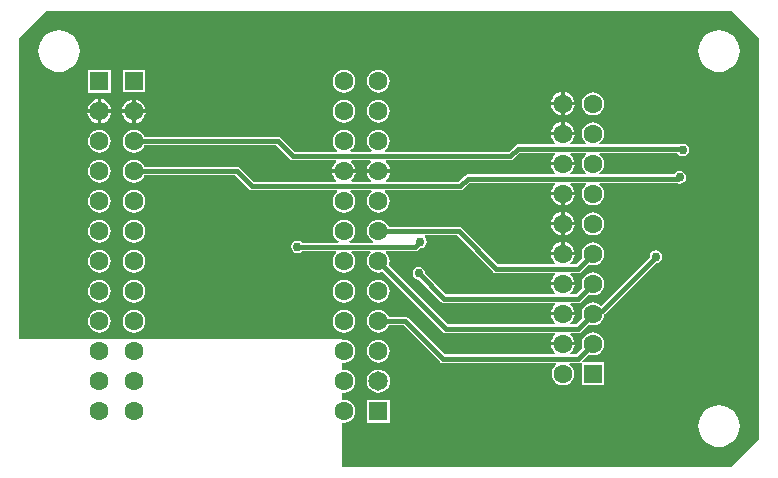
<source format=gbl>
G04*
G04 #@! TF.GenerationSoftware,Altium Limited,Altium Designer,20.1.8 (145)*
G04*
G04 Layer_Physical_Order=2*
G04 Layer_Color=16711680*
%FSAX25Y25*%
%MOIN*%
G70*
G04*
G04 #@! TF.SameCoordinates,26FBE6AE-7016-430B-9DB3-2072F7DBF2B3*
G04*
G04*
G04 #@! TF.FilePolarity,Positive*
G04*
G01*
G75*
%ADD34C,0.01600*%
%ADD39C,0.06299*%
%ADD40C,0.06496*%
%ADD41R,0.06496X0.06496*%
%ADD42C,0.06299*%
%ADD43R,0.06299X0.06299*%
%ADD44R,0.06299X0.06299*%
%ADD45C,0.03000*%
G36*
X0248471Y0144367D02*
Y0010633D01*
X0239367Y0001529D01*
X0109200D01*
Y0015944D01*
X0109576Y0016274D01*
X0110000Y0016218D01*
X0110979Y0016347D01*
X0111891Y0016725D01*
X0112674Y0017326D01*
X0113275Y0018109D01*
X0113653Y0019021D01*
X0113782Y0020000D01*
X0113653Y0020979D01*
X0113275Y0021891D01*
X0112674Y0022674D01*
X0111891Y0023275D01*
X0110979Y0023653D01*
X0110000Y0023782D01*
X0109576Y0023726D01*
X0109200Y0024056D01*
Y0025944D01*
X0109576Y0026274D01*
X0110000Y0026218D01*
X0110979Y0026347D01*
X0111891Y0026725D01*
X0112674Y0027326D01*
X0113275Y0028109D01*
X0113653Y0029021D01*
X0113782Y0030000D01*
X0113653Y0030979D01*
X0113275Y0031891D01*
X0112674Y0032674D01*
X0111891Y0033275D01*
X0110979Y0033653D01*
X0110000Y0033782D01*
X0109576Y0033726D01*
X0109200Y0034056D01*
Y0035944D01*
X0109576Y0036274D01*
X0110000Y0036218D01*
X0110979Y0036347D01*
X0111891Y0036725D01*
X0112674Y0037326D01*
X0113275Y0038109D01*
X0113653Y0039021D01*
X0113782Y0040000D01*
X0113653Y0040979D01*
X0113275Y0041891D01*
X0112674Y0042674D01*
X0111891Y0043275D01*
X0110979Y0043653D01*
X0110000Y0043782D01*
X0109576Y0043726D01*
X0109200Y0044056D01*
Y0044200D01*
X0001529D01*
Y0144367D01*
X0010633Y0153471D01*
X0239367D01*
X0248471Y0144367D01*
D02*
G37*
%LPC*%
G36*
X0235000Y0146932D02*
X0233648Y0146799D01*
X0232347Y0146405D01*
X0231149Y0145764D01*
X0230098Y0144902D01*
X0229236Y0143851D01*
X0228595Y0142653D01*
X0228201Y0141352D01*
X0228068Y0140000D01*
X0228201Y0138648D01*
X0228595Y0137347D01*
X0229236Y0136149D01*
X0230098Y0135098D01*
X0231149Y0134236D01*
X0232347Y0133595D01*
X0233648Y0133201D01*
X0235000Y0133068D01*
X0236352Y0133201D01*
X0237653Y0133595D01*
X0238851Y0134236D01*
X0239902Y0135098D01*
X0240764Y0136149D01*
X0241405Y0137347D01*
X0241799Y0138648D01*
X0241932Y0140000D01*
X0241799Y0141352D01*
X0241405Y0142653D01*
X0240764Y0143851D01*
X0239902Y0144902D01*
X0238851Y0145764D01*
X0237653Y0146405D01*
X0236352Y0146799D01*
X0235000Y0146932D01*
D02*
G37*
G36*
X0015000D02*
X0013648Y0146799D01*
X0012347Y0146405D01*
X0011149Y0145764D01*
X0010098Y0144902D01*
X0009236Y0143851D01*
X0008595Y0142653D01*
X0008201Y0141352D01*
X0008068Y0140000D01*
X0008201Y0138648D01*
X0008595Y0137347D01*
X0009236Y0136149D01*
X0010098Y0135098D01*
X0011149Y0134236D01*
X0012347Y0133595D01*
X0013648Y0133201D01*
X0015000Y0133068D01*
X0016352Y0133201D01*
X0017653Y0133595D01*
X0018851Y0134236D01*
X0019902Y0135098D01*
X0020764Y0136149D01*
X0021405Y0137347D01*
X0021799Y0138648D01*
X0021932Y0140000D01*
X0021799Y0141352D01*
X0021405Y0142653D01*
X0020764Y0143851D01*
X0019902Y0144902D01*
X0018851Y0145764D01*
X0017653Y0146405D01*
X0016352Y0146799D01*
X0015000Y0146932D01*
D02*
G37*
G36*
X0043750Y0133750D02*
X0036250D01*
Y0126250D01*
X0043750D01*
Y0133750D01*
D02*
G37*
G36*
X0121500Y0133790D02*
X0120521Y0133661D01*
X0119609Y0133283D01*
X0118826Y0132682D01*
X0118225Y0131899D01*
X0117847Y0130987D01*
X0117718Y0130008D01*
X0117847Y0129029D01*
X0118225Y0128117D01*
X0118826Y0127334D01*
X0119609Y0126733D01*
X0120521Y0126355D01*
X0121500Y0126226D01*
X0122479Y0126355D01*
X0123391Y0126733D01*
X0124174Y0127334D01*
X0124775Y0128117D01*
X0125153Y0129029D01*
X0125282Y0130008D01*
X0125153Y0130987D01*
X0124775Y0131899D01*
X0124174Y0132682D01*
X0123391Y0133283D01*
X0122479Y0133661D01*
X0121500Y0133790D01*
D02*
G37*
G36*
X0110000Y0133782D02*
X0109021Y0133653D01*
X0108109Y0133275D01*
X0107326Y0132674D01*
X0106725Y0131891D01*
X0106347Y0130979D01*
X0106218Y0130000D01*
X0106347Y0129021D01*
X0106725Y0128109D01*
X0107326Y0127326D01*
X0108109Y0126725D01*
X0109021Y0126347D01*
X0110000Y0126218D01*
X0110979Y0126347D01*
X0111891Y0126725D01*
X0112674Y0127326D01*
X0113275Y0128109D01*
X0113653Y0129021D01*
X0113782Y0130000D01*
X0113653Y0130979D01*
X0113275Y0131891D01*
X0112674Y0132674D01*
X0111891Y0133275D01*
X0110979Y0133653D01*
X0110000Y0133782D01*
D02*
G37*
G36*
X0032348Y0133848D02*
X0024652D01*
Y0126152D01*
X0032348D01*
Y0133848D01*
D02*
G37*
G36*
X0183600Y0126405D02*
Y0123100D01*
X0186905D01*
X0186848Y0123531D01*
X0186450Y0124492D01*
X0185817Y0125317D01*
X0184992Y0125950D01*
X0184031Y0126348D01*
X0183600Y0126405D01*
D02*
G37*
G36*
X0182400D02*
X0181969Y0126348D01*
X0181008Y0125950D01*
X0180183Y0125317D01*
X0179550Y0124492D01*
X0179152Y0123531D01*
X0179095Y0123100D01*
X0182400D01*
Y0126405D01*
D02*
G37*
G36*
X0029100Y0124004D02*
Y0120600D01*
X0032504D01*
X0032444Y0121057D01*
X0032036Y0122041D01*
X0031387Y0122887D01*
X0030542Y0123536D01*
X0029557Y0123944D01*
X0029100Y0124004D01*
D02*
G37*
G36*
X0040600Y0123905D02*
Y0120600D01*
X0043905D01*
X0043848Y0121031D01*
X0043450Y0121992D01*
X0042817Y0122817D01*
X0041992Y0123450D01*
X0041031Y0123848D01*
X0040600Y0123905D01*
D02*
G37*
G36*
X0039400D02*
X0038969Y0123848D01*
X0038008Y0123450D01*
X0037183Y0122817D01*
X0036550Y0121992D01*
X0036152Y0121031D01*
X0036095Y0120600D01*
X0039400D01*
Y0123905D01*
D02*
G37*
G36*
X0027900Y0124004D02*
X0027443Y0123944D01*
X0026458Y0123536D01*
X0025613Y0122887D01*
X0024964Y0122041D01*
X0024556Y0121057D01*
X0024496Y0120600D01*
X0027900D01*
Y0124004D01*
D02*
G37*
G36*
X0193000Y0126282D02*
X0192021Y0126153D01*
X0191109Y0125775D01*
X0190326Y0125174D01*
X0189725Y0124391D01*
X0189347Y0123479D01*
X0189218Y0122500D01*
X0189347Y0121521D01*
X0189725Y0120609D01*
X0190326Y0119826D01*
X0191109Y0119225D01*
X0192021Y0118847D01*
X0193000Y0118718D01*
X0193979Y0118847D01*
X0194891Y0119225D01*
X0195674Y0119826D01*
X0196275Y0120609D01*
X0196653Y0121521D01*
X0196782Y0122500D01*
X0196653Y0123479D01*
X0196275Y0124391D01*
X0195674Y0125174D01*
X0194891Y0125775D01*
X0193979Y0126153D01*
X0193000Y0126282D01*
D02*
G37*
G36*
X0186905Y0121900D02*
X0183600D01*
Y0118595D01*
X0184031Y0118652D01*
X0184992Y0119050D01*
X0185817Y0119683D01*
X0186450Y0120508D01*
X0186848Y0121469D01*
X0186905Y0121900D01*
D02*
G37*
G36*
X0182400D02*
X0179095D01*
X0179152Y0121469D01*
X0179550Y0120508D01*
X0180183Y0119683D01*
X0181008Y0119050D01*
X0181969Y0118652D01*
X0182400Y0118595D01*
Y0121900D01*
D02*
G37*
G36*
X0121500Y0123790D02*
X0120521Y0123661D01*
X0119609Y0123283D01*
X0118826Y0122682D01*
X0118225Y0121899D01*
X0117847Y0120987D01*
X0117718Y0120008D01*
X0117847Y0119029D01*
X0118225Y0118117D01*
X0118826Y0117334D01*
X0119609Y0116733D01*
X0120521Y0116355D01*
X0121500Y0116226D01*
X0122479Y0116355D01*
X0123391Y0116733D01*
X0124174Y0117334D01*
X0124775Y0118117D01*
X0125153Y0119029D01*
X0125282Y0120008D01*
X0125153Y0120987D01*
X0124775Y0121899D01*
X0124174Y0122682D01*
X0123391Y0123283D01*
X0122479Y0123661D01*
X0121500Y0123790D01*
D02*
G37*
G36*
X0110000Y0123782D02*
X0109021Y0123653D01*
X0108109Y0123275D01*
X0107326Y0122674D01*
X0106725Y0121891D01*
X0106347Y0120979D01*
X0106218Y0120000D01*
X0106347Y0119021D01*
X0106725Y0118109D01*
X0107326Y0117326D01*
X0108109Y0116725D01*
X0109021Y0116347D01*
X0110000Y0116218D01*
X0110979Y0116347D01*
X0111891Y0116725D01*
X0112674Y0117326D01*
X0113275Y0118109D01*
X0113653Y0119021D01*
X0113782Y0120000D01*
X0113653Y0120979D01*
X0113275Y0121891D01*
X0112674Y0122674D01*
X0111891Y0123275D01*
X0110979Y0123653D01*
X0110000Y0123782D01*
D02*
G37*
G36*
X0043905Y0119400D02*
X0040600D01*
Y0116095D01*
X0041031Y0116152D01*
X0041992Y0116550D01*
X0042817Y0117183D01*
X0043450Y0118008D01*
X0043848Y0118969D01*
X0043905Y0119400D01*
D02*
G37*
G36*
X0039400D02*
X0036095D01*
X0036152Y0118969D01*
X0036550Y0118008D01*
X0037183Y0117183D01*
X0038008Y0116550D01*
X0038969Y0116152D01*
X0039400Y0116095D01*
Y0119400D01*
D02*
G37*
G36*
X0032504D02*
X0029100D01*
Y0115996D01*
X0029557Y0116056D01*
X0030542Y0116464D01*
X0031387Y0117113D01*
X0032036Y0117958D01*
X0032444Y0118943D01*
X0032504Y0119400D01*
D02*
G37*
G36*
X0027900D02*
X0024496D01*
X0024556Y0118943D01*
X0024964Y0117958D01*
X0025613Y0117113D01*
X0026458Y0116464D01*
X0027443Y0116056D01*
X0027900Y0115996D01*
Y0119400D01*
D02*
G37*
G36*
X0183600Y0116405D02*
Y0113100D01*
X0186905D01*
X0186848Y0113531D01*
X0186450Y0114492D01*
X0185817Y0115317D01*
X0184992Y0115950D01*
X0184031Y0116348D01*
X0183600Y0116405D01*
D02*
G37*
G36*
X0182400D02*
X0181969Y0116348D01*
X0181008Y0115950D01*
X0180183Y0115317D01*
X0179550Y0114492D01*
X0179152Y0113531D01*
X0179095Y0113100D01*
X0182400D01*
Y0116405D01*
D02*
G37*
G36*
X0193000Y0116282D02*
X0192021Y0116153D01*
X0191109Y0115775D01*
X0190326Y0115174D01*
X0189725Y0114391D01*
X0189347Y0113479D01*
X0189218Y0112500D01*
X0189347Y0111521D01*
X0189725Y0110609D01*
X0190326Y0109826D01*
X0190845Y0109427D01*
X0190675Y0108927D01*
X0185653D01*
X0185484Y0109427D01*
X0185817Y0109683D01*
X0186450Y0110508D01*
X0186848Y0111469D01*
X0186905Y0111900D01*
X0183000D01*
X0179095D01*
X0179152Y0111469D01*
X0179550Y0110508D01*
X0180183Y0109683D01*
X0180516Y0109427D01*
X0180347Y0108927D01*
X0168000D01*
X0167454Y0108819D01*
X0166991Y0108509D01*
X0166991Y0108509D01*
X0164909Y0106427D01*
X0123815D01*
X0123645Y0106927D01*
X0124174Y0107334D01*
X0124775Y0108117D01*
X0125153Y0109029D01*
X0125282Y0110008D01*
X0125153Y0110987D01*
X0124775Y0111899D01*
X0124174Y0112682D01*
X0123391Y0113283D01*
X0122479Y0113661D01*
X0121500Y0113790D01*
X0120521Y0113661D01*
X0119609Y0113283D01*
X0118826Y0112682D01*
X0118225Y0111899D01*
X0117847Y0110987D01*
X0117718Y0110008D01*
X0117847Y0109029D01*
X0118225Y0108117D01*
X0118826Y0107334D01*
X0119355Y0106927D01*
X0119185Y0106427D01*
X0112325D01*
X0112155Y0106927D01*
X0112674Y0107326D01*
X0113275Y0108109D01*
X0113653Y0109021D01*
X0113782Y0110000D01*
X0113653Y0110979D01*
X0113275Y0111891D01*
X0112674Y0112674D01*
X0111891Y0113275D01*
X0110979Y0113653D01*
X0110000Y0113782D01*
X0109021Y0113653D01*
X0108109Y0113275D01*
X0107326Y0112674D01*
X0106725Y0111891D01*
X0106347Y0110979D01*
X0106218Y0110000D01*
X0106347Y0109021D01*
X0106725Y0108109D01*
X0107326Y0107326D01*
X0107845Y0106927D01*
X0107675Y0106427D01*
X0093477D01*
X0088895Y0111009D01*
X0088432Y0111319D01*
X0087886Y0111427D01*
X0087886Y0111427D01*
X0043467D01*
X0043275Y0111891D01*
X0042674Y0112674D01*
X0041891Y0113275D01*
X0040979Y0113653D01*
X0040000Y0113782D01*
X0039021Y0113653D01*
X0038109Y0113275D01*
X0037326Y0112674D01*
X0036725Y0111891D01*
X0036347Y0110979D01*
X0036218Y0110000D01*
X0036347Y0109021D01*
X0036725Y0108109D01*
X0037326Y0107326D01*
X0038109Y0106725D01*
X0039021Y0106347D01*
X0040000Y0106218D01*
X0040979Y0106347D01*
X0041891Y0106725D01*
X0042674Y0107326D01*
X0043275Y0108109D01*
X0043467Y0108573D01*
X0087295D01*
X0091876Y0103991D01*
X0091877Y0103991D01*
X0092340Y0103681D01*
X0092886Y0103573D01*
X0092886Y0103573D01*
X0107347D01*
X0107516Y0103073D01*
X0107183Y0102817D01*
X0106550Y0101992D01*
X0106152Y0101031D01*
X0106095Y0100600D01*
X0110000D01*
X0113905D01*
X0113848Y0101031D01*
X0113450Y0101992D01*
X0112817Y0102817D01*
X0112484Y0103073D01*
X0112653Y0103573D01*
X0118836D01*
X0119006Y0103073D01*
X0118683Y0102825D01*
X0118050Y0102000D01*
X0117652Y0101039D01*
X0117595Y0100608D01*
X0121500D01*
X0125405D01*
X0125348Y0101039D01*
X0124950Y0102000D01*
X0124317Y0102825D01*
X0123994Y0103073D01*
X0124164Y0103573D01*
X0165500D01*
X0165500Y0103573D01*
X0166046Y0103681D01*
X0166509Y0103991D01*
X0168591Y0106073D01*
X0180347D01*
X0180516Y0105573D01*
X0180183Y0105317D01*
X0179550Y0104492D01*
X0179152Y0103531D01*
X0179095Y0103100D01*
X0183000D01*
X0186905D01*
X0186848Y0103531D01*
X0186450Y0104492D01*
X0185817Y0105317D01*
X0185484Y0105573D01*
X0185653Y0106073D01*
X0190675D01*
X0190845Y0105573D01*
X0190326Y0105174D01*
X0189725Y0104391D01*
X0189347Y0103479D01*
X0189218Y0102500D01*
X0189347Y0101521D01*
X0189725Y0100609D01*
X0190326Y0099826D01*
X0190845Y0099427D01*
X0190675Y0098927D01*
X0185653D01*
X0185484Y0099427D01*
X0185817Y0099683D01*
X0186450Y0100508D01*
X0186848Y0101469D01*
X0186905Y0101900D01*
X0183000D01*
X0179095D01*
X0179152Y0101469D01*
X0179550Y0100508D01*
X0180183Y0099683D01*
X0180516Y0099427D01*
X0180347Y0098927D01*
X0151212D01*
X0150666Y0098819D01*
X0150203Y0098509D01*
X0150203Y0098509D01*
X0148121Y0096427D01*
X0124143D01*
X0123973Y0096927D01*
X0124317Y0097191D01*
X0124950Y0098016D01*
X0125348Y0098977D01*
X0125405Y0099408D01*
X0121500D01*
X0117595D01*
X0117652Y0098977D01*
X0118050Y0098016D01*
X0118683Y0097191D01*
X0119027Y0096927D01*
X0118857Y0096427D01*
X0112653D01*
X0112484Y0096927D01*
X0112817Y0097183D01*
X0113450Y0098008D01*
X0113848Y0098969D01*
X0113905Y0099400D01*
X0110000D01*
X0106095D01*
X0106152Y0098969D01*
X0106550Y0098008D01*
X0107183Y0097183D01*
X0107516Y0096927D01*
X0107347Y0096427D01*
X0079895D01*
X0075313Y0101009D01*
X0074849Y0101319D01*
X0074303Y0101427D01*
X0074303Y0101427D01*
X0043467D01*
X0043275Y0101891D01*
X0042674Y0102674D01*
X0041891Y0103275D01*
X0040979Y0103653D01*
X0040000Y0103782D01*
X0039021Y0103653D01*
X0038109Y0103275D01*
X0037326Y0102674D01*
X0036725Y0101891D01*
X0036347Y0100979D01*
X0036218Y0100000D01*
X0036347Y0099021D01*
X0036725Y0098109D01*
X0037326Y0097326D01*
X0038109Y0096725D01*
X0039021Y0096347D01*
X0040000Y0096218D01*
X0040979Y0096347D01*
X0041891Y0096725D01*
X0042674Y0097326D01*
X0043275Y0098109D01*
X0043467Y0098573D01*
X0073712D01*
X0078294Y0093991D01*
X0078294Y0093991D01*
X0078757Y0093681D01*
X0079303Y0093573D01*
X0079303Y0093573D01*
X0107675D01*
X0107845Y0093073D01*
X0107326Y0092674D01*
X0106725Y0091891D01*
X0106347Y0090979D01*
X0106218Y0090000D01*
X0106347Y0089021D01*
X0106725Y0088109D01*
X0107326Y0087326D01*
X0108109Y0086725D01*
X0109021Y0086347D01*
X0110000Y0086218D01*
X0110979Y0086347D01*
X0111891Y0086725D01*
X0112674Y0087326D01*
X0113275Y0088109D01*
X0113653Y0089021D01*
X0113782Y0090000D01*
X0113653Y0090979D01*
X0113275Y0091891D01*
X0112674Y0092674D01*
X0112155Y0093073D01*
X0112325Y0093573D01*
X0119165D01*
X0119335Y0093073D01*
X0118826Y0092682D01*
X0118225Y0091899D01*
X0117847Y0090987D01*
X0117718Y0090008D01*
X0117847Y0089029D01*
X0118225Y0088117D01*
X0118826Y0087334D01*
X0119609Y0086733D01*
X0120521Y0086355D01*
X0121500Y0086226D01*
X0122479Y0086355D01*
X0123391Y0086733D01*
X0124174Y0087334D01*
X0124775Y0088117D01*
X0125153Y0089029D01*
X0125282Y0090008D01*
X0125153Y0090987D01*
X0124775Y0091899D01*
X0124174Y0092682D01*
X0123665Y0093073D01*
X0123835Y0093573D01*
X0148712D01*
X0148712Y0093573D01*
X0149258Y0093681D01*
X0149722Y0093991D01*
X0151804Y0096073D01*
X0180347D01*
X0180516Y0095573D01*
X0180183Y0095317D01*
X0179550Y0094492D01*
X0179152Y0093531D01*
X0179095Y0093100D01*
X0183000D01*
X0186905D01*
X0186848Y0093531D01*
X0186450Y0094492D01*
X0185817Y0095317D01*
X0185484Y0095573D01*
X0185653Y0096073D01*
X0190675D01*
X0190845Y0095573D01*
X0190326Y0095174D01*
X0189725Y0094391D01*
X0189347Y0093479D01*
X0189218Y0092500D01*
X0189347Y0091521D01*
X0189725Y0090609D01*
X0190326Y0089826D01*
X0191109Y0089225D01*
X0192021Y0088847D01*
X0193000Y0088718D01*
X0193979Y0088847D01*
X0194891Y0089225D01*
X0195674Y0089826D01*
X0196275Y0090609D01*
X0196653Y0091521D01*
X0196782Y0092500D01*
X0196653Y0093479D01*
X0196275Y0094391D01*
X0195674Y0095174D01*
X0195155Y0095573D01*
X0195325Y0096073D01*
X0221105D01*
X0221181Y0096022D01*
X0222000Y0095859D01*
X0222819Y0096022D01*
X0223514Y0096486D01*
X0223978Y0097181D01*
X0224141Y0098000D01*
X0223978Y0098819D01*
X0223514Y0099514D01*
X0222819Y0099978D01*
X0222000Y0100141D01*
X0221181Y0099978D01*
X0220486Y0099514D01*
X0220094Y0098927D01*
X0195325D01*
X0195155Y0099427D01*
X0195674Y0099826D01*
X0196275Y0100609D01*
X0196653Y0101521D01*
X0196782Y0102500D01*
X0196653Y0103479D01*
X0196275Y0104391D01*
X0195674Y0105174D01*
X0195155Y0105573D01*
X0195325Y0106073D01*
X0221054D01*
X0221129Y0106022D01*
X0221454Y0105536D01*
X0222149Y0105071D01*
X0222968Y0104909D01*
X0223788Y0105071D01*
X0224482Y0105536D01*
X0224946Y0106230D01*
X0225109Y0107050D01*
X0224946Y0107869D01*
X0224482Y0108564D01*
X0223788Y0109028D01*
X0222968Y0109191D01*
X0222149Y0109028D01*
X0221891Y0108855D01*
X0221528Y0108927D01*
X0221528Y0108927D01*
X0195325D01*
X0195155Y0109427D01*
X0195674Y0109826D01*
X0196275Y0110609D01*
X0196653Y0111521D01*
X0196782Y0112500D01*
X0196653Y0113479D01*
X0196275Y0114391D01*
X0195674Y0115174D01*
X0194891Y0115775D01*
X0193979Y0116153D01*
X0193000Y0116282D01*
D02*
G37*
G36*
X0028500Y0113782D02*
X0027521Y0113653D01*
X0026609Y0113275D01*
X0025826Y0112674D01*
X0025225Y0111891D01*
X0024847Y0110979D01*
X0024718Y0110000D01*
X0024847Y0109021D01*
X0025225Y0108109D01*
X0025826Y0107326D01*
X0026609Y0106725D01*
X0027521Y0106347D01*
X0028500Y0106218D01*
X0029479Y0106347D01*
X0030391Y0106725D01*
X0031174Y0107326D01*
X0031775Y0108109D01*
X0032153Y0109021D01*
X0032282Y0110000D01*
X0032153Y0110979D01*
X0031775Y0111891D01*
X0031174Y0112674D01*
X0030391Y0113275D01*
X0029479Y0113653D01*
X0028500Y0113782D01*
D02*
G37*
G36*
Y0103782D02*
X0027521Y0103653D01*
X0026609Y0103275D01*
X0025826Y0102674D01*
X0025225Y0101891D01*
X0024847Y0100979D01*
X0024718Y0100000D01*
X0024847Y0099021D01*
X0025225Y0098109D01*
X0025826Y0097326D01*
X0026609Y0096725D01*
X0027521Y0096347D01*
X0028500Y0096218D01*
X0029479Y0096347D01*
X0030391Y0096725D01*
X0031174Y0097326D01*
X0031775Y0098109D01*
X0032153Y0099021D01*
X0032282Y0100000D01*
X0032153Y0100979D01*
X0031775Y0101891D01*
X0031174Y0102674D01*
X0030391Y0103275D01*
X0029479Y0103653D01*
X0028500Y0103782D01*
D02*
G37*
G36*
X0186905Y0091900D02*
X0183600D01*
Y0088595D01*
X0184031Y0088652D01*
X0184992Y0089050D01*
X0185817Y0089683D01*
X0186450Y0090508D01*
X0186848Y0091469D01*
X0186905Y0091900D01*
D02*
G37*
G36*
X0182400D02*
X0179095D01*
X0179152Y0091469D01*
X0179550Y0090508D01*
X0180183Y0089683D01*
X0181008Y0089050D01*
X0181969Y0088652D01*
X0182400Y0088595D01*
Y0091900D01*
D02*
G37*
G36*
X0040000Y0093782D02*
X0039021Y0093653D01*
X0038109Y0093275D01*
X0037326Y0092674D01*
X0036725Y0091891D01*
X0036347Y0090979D01*
X0036218Y0090000D01*
X0036347Y0089021D01*
X0036725Y0088109D01*
X0037326Y0087326D01*
X0038109Y0086725D01*
X0039021Y0086347D01*
X0040000Y0086218D01*
X0040979Y0086347D01*
X0041891Y0086725D01*
X0042674Y0087326D01*
X0043275Y0088109D01*
X0043653Y0089021D01*
X0043782Y0090000D01*
X0043653Y0090979D01*
X0043275Y0091891D01*
X0042674Y0092674D01*
X0041891Y0093275D01*
X0040979Y0093653D01*
X0040000Y0093782D01*
D02*
G37*
G36*
X0028500D02*
X0027521Y0093653D01*
X0026609Y0093275D01*
X0025826Y0092674D01*
X0025225Y0091891D01*
X0024847Y0090979D01*
X0024718Y0090000D01*
X0024847Y0089021D01*
X0025225Y0088109D01*
X0025826Y0087326D01*
X0026609Y0086725D01*
X0027521Y0086347D01*
X0028500Y0086218D01*
X0029479Y0086347D01*
X0030391Y0086725D01*
X0031174Y0087326D01*
X0031775Y0088109D01*
X0032153Y0089021D01*
X0032282Y0090000D01*
X0032153Y0090979D01*
X0031775Y0091891D01*
X0031174Y0092674D01*
X0030391Y0093275D01*
X0029479Y0093653D01*
X0028500Y0093782D01*
D02*
G37*
G36*
X0183600Y0086405D02*
Y0083100D01*
X0186905D01*
X0186848Y0083531D01*
X0186450Y0084492D01*
X0185817Y0085317D01*
X0184992Y0085950D01*
X0184031Y0086348D01*
X0183600Y0086405D01*
D02*
G37*
G36*
X0182400D02*
X0181969Y0086348D01*
X0181008Y0085950D01*
X0180183Y0085317D01*
X0179550Y0084492D01*
X0179152Y0083531D01*
X0179095Y0083100D01*
X0182400D01*
Y0086405D01*
D02*
G37*
G36*
X0193000Y0086282D02*
X0192021Y0086153D01*
X0191109Y0085775D01*
X0190326Y0085174D01*
X0189725Y0084391D01*
X0189347Y0083479D01*
X0189218Y0082500D01*
X0189347Y0081521D01*
X0189725Y0080609D01*
X0190326Y0079826D01*
X0191109Y0079225D01*
X0192021Y0078847D01*
X0193000Y0078718D01*
X0193979Y0078847D01*
X0194891Y0079225D01*
X0195674Y0079826D01*
X0196275Y0080609D01*
X0196653Y0081521D01*
X0196782Y0082500D01*
X0196653Y0083479D01*
X0196275Y0084391D01*
X0195674Y0085174D01*
X0194891Y0085775D01*
X0193979Y0086153D01*
X0193000Y0086282D01*
D02*
G37*
G36*
X0186905Y0081900D02*
X0183600D01*
Y0078595D01*
X0184031Y0078652D01*
X0184992Y0079050D01*
X0185817Y0079683D01*
X0186450Y0080508D01*
X0186848Y0081469D01*
X0186905Y0081900D01*
D02*
G37*
G36*
X0182400D02*
X0179095D01*
X0179152Y0081469D01*
X0179550Y0080508D01*
X0180183Y0079683D01*
X0181008Y0079050D01*
X0181969Y0078652D01*
X0182400Y0078595D01*
Y0081900D01*
D02*
G37*
G36*
X0040000Y0083782D02*
X0039021Y0083653D01*
X0038109Y0083275D01*
X0037326Y0082674D01*
X0036725Y0081891D01*
X0036347Y0080979D01*
X0036218Y0080000D01*
X0036347Y0079021D01*
X0036725Y0078109D01*
X0037326Y0077326D01*
X0038109Y0076725D01*
X0039021Y0076347D01*
X0040000Y0076218D01*
X0040979Y0076347D01*
X0041891Y0076725D01*
X0042674Y0077326D01*
X0043275Y0078109D01*
X0043653Y0079021D01*
X0043782Y0080000D01*
X0043653Y0080979D01*
X0043275Y0081891D01*
X0042674Y0082674D01*
X0041891Y0083275D01*
X0040979Y0083653D01*
X0040000Y0083782D01*
D02*
G37*
G36*
X0028500D02*
X0027521Y0083653D01*
X0026609Y0083275D01*
X0025826Y0082674D01*
X0025225Y0081891D01*
X0024847Y0080979D01*
X0024718Y0080000D01*
X0024847Y0079021D01*
X0025225Y0078109D01*
X0025826Y0077326D01*
X0026609Y0076725D01*
X0027521Y0076347D01*
X0028500Y0076218D01*
X0029479Y0076347D01*
X0030391Y0076725D01*
X0031174Y0077326D01*
X0031775Y0078109D01*
X0032153Y0079021D01*
X0032282Y0080000D01*
X0032153Y0080979D01*
X0031775Y0081891D01*
X0031174Y0082674D01*
X0030391Y0083275D01*
X0029479Y0083653D01*
X0028500Y0083782D01*
D02*
G37*
G36*
X0121500Y0083790D02*
X0120521Y0083661D01*
X0119609Y0083283D01*
X0118826Y0082682D01*
X0118225Y0081899D01*
X0117847Y0080987D01*
X0117718Y0080008D01*
X0117847Y0079029D01*
X0118225Y0078117D01*
X0118826Y0077334D01*
X0119609Y0076733D01*
X0119742Y0076677D01*
X0119643Y0076177D01*
X0111876D01*
X0111777Y0076677D01*
X0111891Y0076725D01*
X0112674Y0077326D01*
X0113275Y0078109D01*
X0113653Y0079021D01*
X0113782Y0080000D01*
X0113653Y0080979D01*
X0113275Y0081891D01*
X0112674Y0082674D01*
X0111891Y0083275D01*
X0110979Y0083653D01*
X0110000Y0083782D01*
X0109021Y0083653D01*
X0108109Y0083275D01*
X0107326Y0082674D01*
X0106725Y0081891D01*
X0106347Y0080979D01*
X0106218Y0080000D01*
X0106347Y0079021D01*
X0106725Y0078109D01*
X0107326Y0077326D01*
X0108109Y0076725D01*
X0108223Y0076677D01*
X0108124Y0076177D01*
X0096072D01*
X0096014Y0076264D01*
X0095319Y0076728D01*
X0094500Y0076891D01*
X0093681Y0076728D01*
X0092986Y0076264D01*
X0092522Y0075569D01*
X0092359Y0074750D01*
X0092522Y0073931D01*
X0092986Y0073236D01*
X0093681Y0072772D01*
X0094500Y0072609D01*
X0095319Y0072772D01*
X0096014Y0073236D01*
X0096072Y0073323D01*
X0107349D01*
X0107519Y0072823D01*
X0107326Y0072674D01*
X0106725Y0071891D01*
X0106347Y0070979D01*
X0106218Y0070000D01*
X0106347Y0069021D01*
X0106725Y0068109D01*
X0107326Y0067326D01*
X0108109Y0066725D01*
X0109021Y0066347D01*
X0110000Y0066218D01*
X0110979Y0066347D01*
X0111891Y0066725D01*
X0112674Y0067326D01*
X0113275Y0068109D01*
X0113653Y0069021D01*
X0113782Y0070000D01*
X0113653Y0070979D01*
X0113275Y0071891D01*
X0112674Y0072674D01*
X0112481Y0072823D01*
X0112651Y0073323D01*
X0118839D01*
X0119009Y0072823D01*
X0118826Y0072682D01*
X0118225Y0071899D01*
X0117847Y0070987D01*
X0117718Y0070008D01*
X0117847Y0069029D01*
X0118225Y0068117D01*
X0118826Y0067334D01*
X0119609Y0066733D01*
X0120521Y0066355D01*
X0121500Y0066226D01*
X0122479Y0066355D01*
X0122942Y0066547D01*
X0142999Y0046491D01*
X0142999Y0046491D01*
X0143462Y0046181D01*
X0144008Y0046073D01*
X0144008Y0046073D01*
X0180347D01*
X0180516Y0045573D01*
X0180183Y0045317D01*
X0179550Y0044492D01*
X0179152Y0043531D01*
X0179095Y0043100D01*
X0183000D01*
X0186905D01*
X0186848Y0043531D01*
X0186450Y0044492D01*
X0185817Y0045317D01*
X0185484Y0045573D01*
X0185653Y0046073D01*
X0188000D01*
X0188000Y0046073D01*
X0188546Y0046181D01*
X0189009Y0046491D01*
X0191558Y0049039D01*
X0192021Y0048847D01*
X0193000Y0048718D01*
X0193979Y0048847D01*
X0194891Y0049225D01*
X0195674Y0049826D01*
X0196275Y0050609D01*
X0196653Y0051521D01*
X0196754Y0052286D01*
X0196908Y0052390D01*
X0213898Y0069379D01*
X0214000Y0069359D01*
X0214819Y0069522D01*
X0215514Y0069986D01*
X0215978Y0070681D01*
X0216141Y0071500D01*
X0215978Y0072319D01*
X0215514Y0073014D01*
X0214819Y0073478D01*
X0214000Y0073641D01*
X0213181Y0073478D01*
X0212486Y0073014D01*
X0212022Y0072319D01*
X0211859Y0071500D01*
X0211879Y0071398D01*
X0195664Y0055182D01*
X0194891Y0055775D01*
X0193979Y0056153D01*
X0193000Y0056282D01*
X0192021Y0056153D01*
X0191109Y0055775D01*
X0190326Y0055174D01*
X0189725Y0054391D01*
X0189347Y0053479D01*
X0189218Y0052500D01*
X0189347Y0051521D01*
X0189539Y0051058D01*
X0187409Y0048927D01*
X0185653D01*
X0185484Y0049427D01*
X0185817Y0049683D01*
X0186450Y0050508D01*
X0186848Y0051469D01*
X0186905Y0051900D01*
X0183000D01*
X0179095D01*
X0179152Y0051469D01*
X0179550Y0050508D01*
X0180183Y0049683D01*
X0180516Y0049427D01*
X0180347Y0048927D01*
X0144599D01*
X0124961Y0068565D01*
X0125153Y0069029D01*
X0125282Y0070008D01*
X0125153Y0070987D01*
X0124775Y0071899D01*
X0124174Y0072682D01*
X0123991Y0072823D01*
X0124161Y0073323D01*
X0133750D01*
X0133750Y0073323D01*
X0134296Y0073431D01*
X0134759Y0073741D01*
X0135398Y0074379D01*
X0135500Y0074359D01*
X0136319Y0074522D01*
X0137014Y0074986D01*
X0137478Y0075681D01*
X0137641Y0076500D01*
X0137478Y0077319D01*
X0137014Y0078014D01*
X0136915Y0078080D01*
X0137066Y0078580D01*
X0147623D01*
X0159712Y0066491D01*
X0160175Y0066181D01*
X0160722Y0066073D01*
X0160722Y0066073D01*
X0180347D01*
X0180516Y0065573D01*
X0180183Y0065317D01*
X0179550Y0064492D01*
X0179152Y0063531D01*
X0179095Y0063100D01*
X0183000D01*
X0186905D01*
X0186848Y0063531D01*
X0186450Y0064492D01*
X0185817Y0065317D01*
X0185484Y0065573D01*
X0185653Y0066073D01*
X0188000D01*
X0188000Y0066073D01*
X0188546Y0066181D01*
X0189009Y0066491D01*
X0191558Y0069039D01*
X0192021Y0068847D01*
X0193000Y0068718D01*
X0193979Y0068847D01*
X0194891Y0069225D01*
X0195674Y0069826D01*
X0196275Y0070609D01*
X0196653Y0071521D01*
X0196782Y0072500D01*
X0196653Y0073479D01*
X0196275Y0074391D01*
X0195674Y0075174D01*
X0194891Y0075775D01*
X0193979Y0076153D01*
X0193000Y0076282D01*
X0192021Y0076153D01*
X0191109Y0075775D01*
X0190326Y0075174D01*
X0189725Y0074391D01*
X0189347Y0073479D01*
X0189218Y0072500D01*
X0189347Y0071521D01*
X0189539Y0071058D01*
X0187409Y0068927D01*
X0185653D01*
X0185484Y0069427D01*
X0185817Y0069683D01*
X0186450Y0070508D01*
X0186848Y0071469D01*
X0186905Y0071900D01*
X0183000D01*
X0179095D01*
X0179152Y0071469D01*
X0179550Y0070508D01*
X0180183Y0069683D01*
X0180516Y0069427D01*
X0180347Y0068927D01*
X0161313D01*
X0149223Y0081017D01*
X0148760Y0081327D01*
X0148214Y0081435D01*
X0148214Y0081435D01*
X0124967D01*
X0124775Y0081899D01*
X0124174Y0082682D01*
X0123391Y0083283D01*
X0122479Y0083661D01*
X0121500Y0083790D01*
D02*
G37*
G36*
X0183600Y0076405D02*
Y0073100D01*
X0186905D01*
X0186848Y0073531D01*
X0186450Y0074492D01*
X0185817Y0075317D01*
X0184992Y0075950D01*
X0184031Y0076348D01*
X0183600Y0076405D01*
D02*
G37*
G36*
X0182400D02*
X0181969Y0076348D01*
X0181008Y0075950D01*
X0180183Y0075317D01*
X0179550Y0074492D01*
X0179152Y0073531D01*
X0179095Y0073100D01*
X0182400D01*
Y0076405D01*
D02*
G37*
G36*
X0040000Y0073782D02*
X0039021Y0073653D01*
X0038109Y0073275D01*
X0037326Y0072674D01*
X0036725Y0071891D01*
X0036347Y0070979D01*
X0036218Y0070000D01*
X0036347Y0069021D01*
X0036725Y0068109D01*
X0037326Y0067326D01*
X0038109Y0066725D01*
X0039021Y0066347D01*
X0040000Y0066218D01*
X0040979Y0066347D01*
X0041891Y0066725D01*
X0042674Y0067326D01*
X0043275Y0068109D01*
X0043653Y0069021D01*
X0043782Y0070000D01*
X0043653Y0070979D01*
X0043275Y0071891D01*
X0042674Y0072674D01*
X0041891Y0073275D01*
X0040979Y0073653D01*
X0040000Y0073782D01*
D02*
G37*
G36*
X0028500D02*
X0027521Y0073653D01*
X0026609Y0073275D01*
X0025826Y0072674D01*
X0025225Y0071891D01*
X0024847Y0070979D01*
X0024718Y0070000D01*
X0024847Y0069021D01*
X0025225Y0068109D01*
X0025826Y0067326D01*
X0026609Y0066725D01*
X0027521Y0066347D01*
X0028500Y0066218D01*
X0029479Y0066347D01*
X0030391Y0066725D01*
X0031174Y0067326D01*
X0031775Y0068109D01*
X0032153Y0069021D01*
X0032282Y0070000D01*
X0032153Y0070979D01*
X0031775Y0071891D01*
X0031174Y0072674D01*
X0030391Y0073275D01*
X0029479Y0073653D01*
X0028500Y0073782D01*
D02*
G37*
G36*
X0135000Y0068141D02*
X0134181Y0067978D01*
X0133486Y0067514D01*
X0133022Y0066819D01*
X0132859Y0066000D01*
X0133022Y0065181D01*
X0133486Y0064486D01*
X0134181Y0064022D01*
X0135000Y0063859D01*
X0135102Y0063879D01*
X0142491Y0056491D01*
X0142491Y0056491D01*
X0142954Y0056181D01*
X0143500Y0056073D01*
X0143500Y0056073D01*
X0180347D01*
X0180516Y0055573D01*
X0180183Y0055317D01*
X0179550Y0054492D01*
X0179152Y0053531D01*
X0179095Y0053100D01*
X0183000D01*
X0186905D01*
X0186848Y0053531D01*
X0186450Y0054492D01*
X0185817Y0055317D01*
X0185484Y0055573D01*
X0185653Y0056073D01*
X0188000D01*
X0188000Y0056073D01*
X0188546Y0056181D01*
X0189009Y0056491D01*
X0191558Y0059039D01*
X0192021Y0058847D01*
X0193000Y0058718D01*
X0193979Y0058847D01*
X0194891Y0059225D01*
X0195674Y0059826D01*
X0196275Y0060609D01*
X0196653Y0061521D01*
X0196782Y0062500D01*
X0196653Y0063479D01*
X0196275Y0064391D01*
X0195674Y0065174D01*
X0194891Y0065775D01*
X0193979Y0066153D01*
X0193000Y0066282D01*
X0192021Y0066153D01*
X0191109Y0065775D01*
X0190326Y0065174D01*
X0189725Y0064391D01*
X0189347Y0063479D01*
X0189218Y0062500D01*
X0189347Y0061521D01*
X0189539Y0061058D01*
X0187409Y0058927D01*
X0185653D01*
X0185484Y0059427D01*
X0185817Y0059683D01*
X0186450Y0060508D01*
X0186848Y0061469D01*
X0186905Y0061900D01*
X0183000D01*
X0179095D01*
X0179152Y0061469D01*
X0179550Y0060508D01*
X0180183Y0059683D01*
X0180516Y0059427D01*
X0180347Y0058927D01*
X0144091D01*
X0137121Y0065898D01*
X0137141Y0066000D01*
X0136978Y0066819D01*
X0136514Y0067514D01*
X0135819Y0067978D01*
X0135000Y0068141D01*
D02*
G37*
G36*
X0121500Y0063790D02*
X0120521Y0063661D01*
X0119609Y0063283D01*
X0118826Y0062682D01*
X0118225Y0061899D01*
X0117847Y0060987D01*
X0117718Y0060008D01*
X0117847Y0059029D01*
X0118225Y0058117D01*
X0118826Y0057334D01*
X0119609Y0056733D01*
X0120521Y0056355D01*
X0121500Y0056226D01*
X0122479Y0056355D01*
X0123391Y0056733D01*
X0124174Y0057334D01*
X0124775Y0058117D01*
X0125153Y0059029D01*
X0125282Y0060008D01*
X0125153Y0060987D01*
X0124775Y0061899D01*
X0124174Y0062682D01*
X0123391Y0063283D01*
X0122479Y0063661D01*
X0121500Y0063790D01*
D02*
G37*
G36*
X0110000Y0063782D02*
X0109021Y0063653D01*
X0108109Y0063275D01*
X0107326Y0062674D01*
X0106725Y0061891D01*
X0106347Y0060979D01*
X0106218Y0060000D01*
X0106347Y0059021D01*
X0106725Y0058109D01*
X0107326Y0057326D01*
X0108109Y0056725D01*
X0109021Y0056347D01*
X0110000Y0056218D01*
X0110979Y0056347D01*
X0111891Y0056725D01*
X0112674Y0057326D01*
X0113275Y0058109D01*
X0113653Y0059021D01*
X0113782Y0060000D01*
X0113653Y0060979D01*
X0113275Y0061891D01*
X0112674Y0062674D01*
X0111891Y0063275D01*
X0110979Y0063653D01*
X0110000Y0063782D01*
D02*
G37*
G36*
X0040000D02*
X0039021Y0063653D01*
X0038109Y0063275D01*
X0037326Y0062674D01*
X0036725Y0061891D01*
X0036347Y0060979D01*
X0036218Y0060000D01*
X0036347Y0059021D01*
X0036725Y0058109D01*
X0037326Y0057326D01*
X0038109Y0056725D01*
X0039021Y0056347D01*
X0040000Y0056218D01*
X0040979Y0056347D01*
X0041891Y0056725D01*
X0042674Y0057326D01*
X0043275Y0058109D01*
X0043653Y0059021D01*
X0043782Y0060000D01*
X0043653Y0060979D01*
X0043275Y0061891D01*
X0042674Y0062674D01*
X0041891Y0063275D01*
X0040979Y0063653D01*
X0040000Y0063782D01*
D02*
G37*
G36*
X0028500D02*
X0027521Y0063653D01*
X0026609Y0063275D01*
X0025826Y0062674D01*
X0025225Y0061891D01*
X0024847Y0060979D01*
X0024718Y0060000D01*
X0024847Y0059021D01*
X0025225Y0058109D01*
X0025826Y0057326D01*
X0026609Y0056725D01*
X0027521Y0056347D01*
X0028500Y0056218D01*
X0029479Y0056347D01*
X0030391Y0056725D01*
X0031174Y0057326D01*
X0031775Y0058109D01*
X0032153Y0059021D01*
X0032282Y0060000D01*
X0032153Y0060979D01*
X0031775Y0061891D01*
X0031174Y0062674D01*
X0030391Y0063275D01*
X0029479Y0063653D01*
X0028500Y0063782D01*
D02*
G37*
G36*
X0110000Y0053782D02*
X0109021Y0053653D01*
X0108109Y0053275D01*
X0107326Y0052674D01*
X0106725Y0051891D01*
X0106347Y0050979D01*
X0106218Y0050000D01*
X0106347Y0049021D01*
X0106725Y0048109D01*
X0107326Y0047326D01*
X0108109Y0046725D01*
X0109021Y0046347D01*
X0110000Y0046218D01*
X0110979Y0046347D01*
X0111891Y0046725D01*
X0112674Y0047326D01*
X0113275Y0048109D01*
X0113653Y0049021D01*
X0113782Y0050000D01*
X0113653Y0050979D01*
X0113275Y0051891D01*
X0112674Y0052674D01*
X0111891Y0053275D01*
X0110979Y0053653D01*
X0110000Y0053782D01*
D02*
G37*
G36*
X0040000D02*
X0039021Y0053653D01*
X0038109Y0053275D01*
X0037326Y0052674D01*
X0036725Y0051891D01*
X0036347Y0050979D01*
X0036218Y0050000D01*
X0036347Y0049021D01*
X0036725Y0048109D01*
X0037326Y0047326D01*
X0038109Y0046725D01*
X0039021Y0046347D01*
X0040000Y0046218D01*
X0040979Y0046347D01*
X0041891Y0046725D01*
X0042674Y0047326D01*
X0043275Y0048109D01*
X0043653Y0049021D01*
X0043782Y0050000D01*
X0043653Y0050979D01*
X0043275Y0051891D01*
X0042674Y0052674D01*
X0041891Y0053275D01*
X0040979Y0053653D01*
X0040000Y0053782D01*
D02*
G37*
G36*
X0028500D02*
X0027521Y0053653D01*
X0026609Y0053275D01*
X0025826Y0052674D01*
X0025225Y0051891D01*
X0024847Y0050979D01*
X0024718Y0050000D01*
X0024847Y0049021D01*
X0025225Y0048109D01*
X0025826Y0047326D01*
X0026609Y0046725D01*
X0027521Y0046347D01*
X0028500Y0046218D01*
X0029479Y0046347D01*
X0030391Y0046725D01*
X0031174Y0047326D01*
X0031775Y0048109D01*
X0032153Y0049021D01*
X0032282Y0050000D01*
X0032153Y0050979D01*
X0031775Y0051891D01*
X0031174Y0052674D01*
X0030391Y0053275D01*
X0029479Y0053653D01*
X0028500Y0053782D01*
D02*
G37*
G36*
X0121500Y0053790D02*
X0120521Y0053661D01*
X0119609Y0053283D01*
X0118826Y0052682D01*
X0118225Y0051899D01*
X0117847Y0050987D01*
X0117718Y0050008D01*
X0117847Y0049029D01*
X0118225Y0048117D01*
X0118826Y0047334D01*
X0119609Y0046733D01*
X0120521Y0046355D01*
X0121500Y0046226D01*
X0122479Y0046355D01*
X0123391Y0046733D01*
X0124174Y0047334D01*
X0124775Y0048117D01*
X0124967Y0048580D01*
X0129901D01*
X0141991Y0036491D01*
X0142454Y0036181D01*
X0143000Y0036073D01*
X0143000Y0036073D01*
X0180675D01*
X0180845Y0035573D01*
X0180326Y0035174D01*
X0179725Y0034391D01*
X0179347Y0033479D01*
X0179218Y0032500D01*
X0179347Y0031521D01*
X0179725Y0030609D01*
X0180326Y0029826D01*
X0181109Y0029225D01*
X0182021Y0028847D01*
X0183000Y0028718D01*
X0183979Y0028847D01*
X0184891Y0029225D01*
X0185674Y0029826D01*
X0186275Y0030609D01*
X0186653Y0031521D01*
X0186782Y0032500D01*
X0186653Y0033479D01*
X0186275Y0034391D01*
X0185674Y0035174D01*
X0185155Y0035573D01*
X0185325Y0036073D01*
X0188000D01*
X0188000Y0036073D01*
X0188546Y0036181D01*
X0188789Y0036344D01*
X0189250Y0036050D01*
X0189250Y0035843D01*
Y0028750D01*
X0196750D01*
Y0036250D01*
X0189675D01*
X0189475Y0036250D01*
X0189268Y0036750D01*
X0191558Y0039039D01*
X0192021Y0038847D01*
X0193000Y0038718D01*
X0193979Y0038847D01*
X0194891Y0039225D01*
X0195674Y0039826D01*
X0196275Y0040609D01*
X0196653Y0041521D01*
X0196782Y0042500D01*
X0196653Y0043479D01*
X0196275Y0044391D01*
X0195674Y0045174D01*
X0194891Y0045775D01*
X0193979Y0046153D01*
X0193000Y0046282D01*
X0192021Y0046153D01*
X0191109Y0045775D01*
X0190326Y0045174D01*
X0189725Y0044391D01*
X0189347Y0043479D01*
X0189218Y0042500D01*
X0189347Y0041521D01*
X0189539Y0041058D01*
X0187409Y0038927D01*
X0185653D01*
X0185484Y0039427D01*
X0185817Y0039683D01*
X0186450Y0040508D01*
X0186848Y0041469D01*
X0186905Y0041900D01*
X0183000D01*
X0179095D01*
X0179152Y0041469D01*
X0179550Y0040508D01*
X0180183Y0039683D01*
X0180516Y0039427D01*
X0180347Y0038927D01*
X0143591D01*
X0131501Y0051017D01*
X0131038Y0051327D01*
X0130492Y0051435D01*
X0130492Y0051435D01*
X0124967D01*
X0124775Y0051899D01*
X0124174Y0052682D01*
X0123391Y0053283D01*
X0122479Y0053661D01*
X0121500Y0053790D01*
D02*
G37*
G36*
Y0043790D02*
X0120521Y0043661D01*
X0119609Y0043283D01*
X0118826Y0042682D01*
X0118225Y0041899D01*
X0117847Y0040987D01*
X0117718Y0040008D01*
X0117847Y0039029D01*
X0118225Y0038117D01*
X0118826Y0037334D01*
X0119609Y0036733D01*
X0120521Y0036355D01*
X0121500Y0036226D01*
X0122479Y0036355D01*
X0123391Y0036733D01*
X0124174Y0037334D01*
X0124775Y0038117D01*
X0125153Y0039029D01*
X0125282Y0040008D01*
X0125153Y0040987D01*
X0124775Y0041899D01*
X0124174Y0042682D01*
X0123391Y0043283D01*
X0122479Y0043661D01*
X0121500Y0043790D01*
D02*
G37*
G36*
Y0033889D02*
X0120495Y0033757D01*
X0119559Y0033369D01*
X0118756Y0032752D01*
X0118139Y0031949D01*
X0117751Y0031012D01*
X0117619Y0030008D01*
X0117751Y0029003D01*
X0118139Y0028067D01*
X0118756Y0027263D01*
X0119559Y0026647D01*
X0120495Y0026259D01*
X0121500Y0026127D01*
X0122504Y0026259D01*
X0123441Y0026647D01*
X0124244Y0027263D01*
X0124861Y0028067D01*
X0125249Y0029003D01*
X0125381Y0030008D01*
X0125249Y0031012D01*
X0124861Y0031949D01*
X0124244Y0032752D01*
X0123441Y0033369D01*
X0122504Y0033757D01*
X0121500Y0033889D01*
D02*
G37*
G36*
X0125348Y0023856D02*
X0117652D01*
Y0016160D01*
X0125348D01*
Y0023856D01*
D02*
G37*
G36*
X0235000Y0021932D02*
X0233648Y0021799D01*
X0232347Y0021405D01*
X0231149Y0020764D01*
X0230098Y0019902D01*
X0229236Y0018851D01*
X0228595Y0017653D01*
X0228201Y0016352D01*
X0228068Y0015000D01*
X0228201Y0013648D01*
X0228595Y0012347D01*
X0229236Y0011149D01*
X0230098Y0010098D01*
X0231149Y0009236D01*
X0232347Y0008595D01*
X0233648Y0008201D01*
X0235000Y0008068D01*
X0236352Y0008201D01*
X0237653Y0008595D01*
X0238851Y0009236D01*
X0239902Y0010098D01*
X0240764Y0011149D01*
X0241405Y0012347D01*
X0241799Y0013648D01*
X0241932Y0015000D01*
X0241799Y0016352D01*
X0241405Y0017653D01*
X0240764Y0018851D01*
X0239902Y0019902D01*
X0238851Y0020764D01*
X0237653Y0021405D01*
X0236352Y0021799D01*
X0235000Y0021932D01*
D02*
G37*
%LPD*%
D34*
X0165500Y0105000D02*
X0168000Y0107500D01*
X0222700Y0107317D02*
X0222968Y0107050D01*
X0221710Y0107317D02*
X0222700D01*
X0168000Y0107500D02*
X0221528D01*
X0221710Y0107317D01*
X0148214Y0080008D02*
X0160722Y0067500D01*
X0188000D02*
X0193000Y0072500D01*
X0160722Y0067500D02*
X0188000D01*
X0135000Y0066000D02*
X0143500Y0057500D01*
X0188000D02*
X0193000Y0062500D01*
X0143500Y0057500D02*
X0188000D01*
X0133750Y0074750D02*
X0135500Y0076500D01*
X0094500Y0074750D02*
X0133750D01*
X0221500Y0097500D02*
X0222000Y0098000D01*
X0151212Y0097500D02*
X0221500D01*
X0148712Y0095000D02*
X0151212Y0097500D01*
X0074303Y0100000D02*
X0079303Y0095000D01*
X0148712D01*
X0040000Y0100000D02*
X0074303D01*
X0130492Y0050008D02*
X0143000Y0037500D01*
X0188000D02*
X0193000Y0042500D01*
X0143000Y0037500D02*
X0188000D01*
X0121500Y0050008D02*
X0130492D01*
X0144008Y0047500D02*
X0188000D01*
X0121500Y0070008D02*
X0144008Y0047500D01*
X0188000D02*
X0193899Y0053399D01*
X0121500Y0080008D02*
X0148214D01*
X0193899Y0053399D02*
X0195899D01*
X0214000Y0071500D01*
X0092886Y0105000D02*
X0165500D01*
X0087886Y0110000D02*
X0092886Y0105000D01*
X0040000Y0110000D02*
X0087886D01*
D39*
X0121500Y0090008D02*
D03*
Y0100008D02*
D03*
Y0070008D02*
D03*
Y0080008D02*
D03*
Y0120008D02*
D03*
Y0130008D02*
D03*
Y0110008D02*
D03*
Y0050008D02*
D03*
Y0040008D02*
D03*
Y0060008D02*
D03*
X0028500Y0080000D02*
D03*
Y0060000D02*
D03*
Y0070000D02*
D03*
Y0110000D02*
D03*
Y0100000D02*
D03*
Y0020000D02*
D03*
Y0040000D02*
D03*
Y0050000D02*
D03*
Y0030000D02*
D03*
Y0090000D02*
D03*
X0193000Y0122500D02*
D03*
Y0112500D02*
D03*
Y0092500D02*
D03*
Y0082500D02*
D03*
Y0102500D02*
D03*
Y0072500D02*
D03*
Y0062500D02*
D03*
Y0042500D02*
D03*
Y0052500D02*
D03*
X0183000Y0112500D02*
D03*
Y0122500D02*
D03*
Y0092500D02*
D03*
Y0082500D02*
D03*
Y0102500D02*
D03*
Y0062500D02*
D03*
Y0072500D02*
D03*
Y0032500D02*
D03*
Y0042500D02*
D03*
Y0052500D02*
D03*
D40*
X0121500Y0030008D02*
D03*
X0028500Y0120000D02*
D03*
D41*
X0121500Y0020008D02*
D03*
X0028500Y0130000D02*
D03*
D42*
X0110000Y0120000D02*
D03*
Y0110000D02*
D03*
Y0130000D02*
D03*
Y0100000D02*
D03*
Y0070000D02*
D03*
Y0050000D02*
D03*
Y0060000D02*
D03*
Y0040000D02*
D03*
Y0020000D02*
D03*
Y0030000D02*
D03*
Y0080000D02*
D03*
Y0090000D02*
D03*
X0040000Y0110000D02*
D03*
Y0120000D02*
D03*
Y0100000D02*
D03*
Y0090000D02*
D03*
Y0080000D02*
D03*
Y0040000D02*
D03*
Y0050000D02*
D03*
Y0060000D02*
D03*
Y0070000D02*
D03*
Y0030000D02*
D03*
Y0020000D02*
D03*
D43*
Y0130000D02*
D03*
D44*
X0193000Y0032500D02*
D03*
D45*
X0229500Y0130000D02*
D03*
Y0090000D02*
D03*
Y0050000D02*
D03*
X0209500Y0130000D02*
D03*
Y0090000D02*
D03*
Y0050000D02*
D03*
X0199500Y0030000D02*
D03*
X0169500Y0130000D02*
D03*
X0149500D02*
D03*
X0159500Y0110000D02*
D03*
X0129500Y0130000D02*
D03*
X0139500Y0110000D02*
D03*
Y0070000D02*
D03*
Y0030000D02*
D03*
X0089500Y0130000D02*
D03*
X0099500Y0110000D02*
D03*
X0089500Y0090000D02*
D03*
X0099500Y0070000D02*
D03*
X0089500Y0050000D02*
D03*
X0069500Y0130000D02*
D03*
Y0050000D02*
D03*
X0049500Y0130000D02*
D03*
Y0090000D02*
D03*
X0059500Y0070000D02*
D03*
X0049500Y0050000D02*
D03*
X0009500Y0130000D02*
D03*
X0019500Y0110000D02*
D03*
Y0070000D02*
D03*
X0009500Y0050000D02*
D03*
X0240500Y0071500D02*
D03*
X0135500Y0076500D02*
D03*
X0222000Y0098000D02*
D03*
X0135000Y0066000D02*
D03*
X0214000Y0071500D02*
D03*
X0094500Y0074750D02*
D03*
X0222968Y0107050D02*
D03*
M02*

</source>
